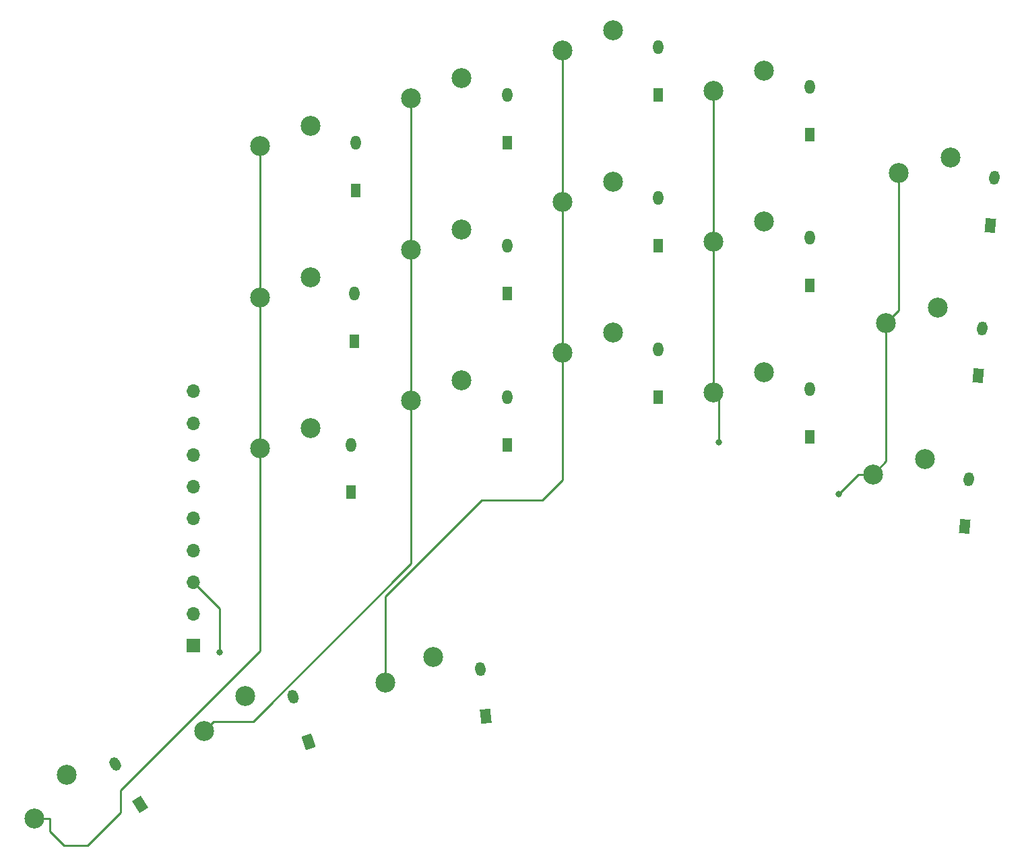
<source format=gbr>
%TF.GenerationSoftware,KiCad,Pcbnew,7.0.7*%
%TF.CreationDate,2023-11-23T18:27:24-07:00*%
%TF.ProjectId,TypeStationX - Right,54797065-5374-4617-9469-6f6e58202d20,rev?*%
%TF.SameCoordinates,Original*%
%TF.FileFunction,Copper,L1,Top*%
%TF.FilePolarity,Positive*%
%FSLAX46Y46*%
G04 Gerber Fmt 4.6, Leading zero omitted, Abs format (unit mm)*
G04 Created by KiCad (PCBNEW 7.0.7) date 2023-11-23 18:27:24*
%MOMM*%
%LPD*%
G01*
G04 APERTURE LIST*
G04 Aperture macros list*
%AMHorizOval*
0 Thick line with rounded ends*
0 $1 width*
0 $2 $3 position (X,Y) of the first rounded end (center of the circle)*
0 $4 $5 position (X,Y) of the second rounded end (center of the circle)*
0 Add line between two ends*
20,1,$1,$2,$3,$4,$5,0*
0 Add two circle primitives to create the rounded ends*
1,1,$1,$2,$3*
1,1,$1,$4,$5*%
%AMRotRect*
0 Rectangle, with rotation*
0 The origin of the aperture is its center*
0 $1 length*
0 $2 width*
0 $3 Rotation angle, in degrees counterclockwise*
0 Add horizontal line*
21,1,$1,$2,0,0,$3*%
G04 Aperture macros list end*
%TA.AperFunction,ComponentPad*%
%ADD10C,2.500000*%
%TD*%
%TA.AperFunction,ComponentPad*%
%ADD11R,1.300000X1.778000*%
%TD*%
%TA.AperFunction,ComponentPad*%
%ADD12O,1.300000X1.778000*%
%TD*%
%TA.AperFunction,ComponentPad*%
%ADD13RotRect,1.778000X1.300000X96.000000*%
%TD*%
%TA.AperFunction,ComponentPad*%
%ADD14HorizOval,1.300000X-0.024982X0.237691X0.024982X-0.237691X0*%
%TD*%
%TA.AperFunction,ComponentPad*%
%ADD15RotRect,1.778000X1.300000X85.000000*%
%TD*%
%TA.AperFunction,ComponentPad*%
%ADD16HorizOval,1.300000X0.020830X0.238091X-0.020830X-0.238091X0*%
%TD*%
%TA.AperFunction,ComponentPad*%
%ADD17RotRect,1.778000X1.300000X109.000000*%
%TD*%
%TA.AperFunction,ComponentPad*%
%ADD18HorizOval,1.300000X-0.077811X0.225979X0.077811X-0.225979X0*%
%TD*%
%TA.AperFunction,ComponentPad*%
%ADD19R,1.700000X1.700000*%
%TD*%
%TA.AperFunction,ComponentPad*%
%ADD20O,1.700000X1.700000*%
%TD*%
%TA.AperFunction,ComponentPad*%
%ADD21RotRect,1.778000X1.300000X122.000000*%
%TD*%
%TA.AperFunction,ComponentPad*%
%ADD22HorizOval,1.300000X-0.126651X0.202683X0.126651X-0.202683X0*%
%TD*%
%TA.AperFunction,ViaPad*%
%ADD23C,0.800000*%
%TD*%
%TA.AperFunction,Conductor*%
%ADD24C,0.250000*%
%TD*%
G04 APERTURE END LIST*
D10*
%TO.P,S31,1,1*%
%TO.N,C9R*%
X246645964Y-92159079D03*
%TO.P,S31,2,2*%
%TO.N,Net-(D30-A)*%
X252995964Y-89619079D03*
%TD*%
%TO.P,S22,1,1*%
%TO.N,C7R*%
X208645964Y-55159079D03*
%TO.P,S22,2,2*%
%TO.N,Net-(D21-A)*%
X214995964Y-52619079D03*
%TD*%
%TO.P,S25,1,1*%
%TO.N,C8R*%
X227645964Y-49159079D03*
%TO.P,S25,2,2*%
%TO.N,Net-(D24-A)*%
X233995964Y-46619079D03*
%TD*%
%TO.P,S28,1,1*%
%TO.N,C6R*%
X161302797Y-145706554D03*
%TO.P,S28,2,2*%
%TO.N,Net-(D27-A)*%
X165341907Y-140187525D03*
%TD*%
%TO.P,S34,1,1*%
%TO.N,C10R*%
X268325996Y-83451675D03*
%TO.P,S34,2,2*%
%TO.N,Net-(D33-A)*%
X274873208Y-81474780D03*
%TD*%
%TO.P,S23,1,1*%
%TO.N,C7R*%
X208645964Y-74159079D03*
%TO.P,S23,2,2*%
%TO.N,Net-(D22-A)*%
X214995964Y-71619079D03*
%TD*%
%TO.P,S30,1,1*%
%TO.N,C9R*%
X246645964Y-73159079D03*
%TO.P,S30,2,2*%
%TO.N,Net-(D29-A)*%
X252995964Y-70619079D03*
%TD*%
%TO.P,S19,1,1*%
%TO.N,C6R*%
X189645962Y-61159079D03*
%TO.P,S19,2,2*%
%TO.N,Net-(D19-A)*%
X195995962Y-58619079D03*
%TD*%
%TO.P,S26,1,1*%
%TO.N,C8R*%
X227645964Y-68159079D03*
%TO.P,S26,2,2*%
%TO.N,Net-(D25-A)*%
X233995964Y-65619079D03*
%TD*%
%TO.P,S21,1,1*%
%TO.N,C6R*%
X189645962Y-99159079D03*
%TO.P,S21,2,2*%
%TO.N,Net-(D36-A)*%
X195995962Y-96619079D03*
%TD*%
%TO.P,S32,1,1*%
%TO.N,C7R*%
X182633974Y-134742791D03*
%TO.P,S32,2,2*%
%TO.N,Net-(D31-A)*%
X187811074Y-130273817D03*
%TD*%
%TO.P,S27,1,1*%
%TO.N,C8R*%
X227645964Y-87159079D03*
%TO.P,S27,2,2*%
%TO.N,Net-(D26-A)*%
X233995964Y-84619079D03*
%TD*%
%TO.P,S35,1,1*%
%TO.N,C10R*%
X266677980Y-102449094D03*
%TO.P,S35,2,2*%
%TO.N,Net-(D34-A)*%
X273225192Y-100472199D03*
%TD*%
%TO.P,S20,1,1*%
%TO.N,C6R*%
X189645962Y-80159079D03*
%TO.P,S20,2,2*%
%TO.N,Net-(D20-A)*%
X195995962Y-77619079D03*
%TD*%
%TO.P,S29,1,1*%
%TO.N,C9R*%
X246645964Y-54159079D03*
%TO.P,S29,2,2*%
%TO.N,Net-(D28-A)*%
X252995964Y-51619079D03*
%TD*%
%TO.P,S33,1,1*%
%TO.N,C10R*%
X269935221Y-64545574D03*
%TO.P,S33,2,2*%
%TO.N,Net-(D32-A)*%
X276482433Y-62568679D03*
%TD*%
%TO.P,S36,1,1*%
%TO.N,C8R*%
X205406400Y-128620769D03*
%TO.P,S36,2,2*%
%TO.N,Net-(D35-A)*%
X211456112Y-125430927D03*
%TD*%
%TO.P,S24,1,1*%
%TO.N,C7R*%
X208645964Y-93159079D03*
%TO.P,S24,2,2*%
%TO.N,Net-(D23-A)*%
X214995964Y-90619079D03*
%TD*%
D11*
%TO.P,D19,1,K*%
%TO.N,R4R*%
X201723227Y-66699079D03*
D12*
%TO.P,D19,2,A*%
%TO.N,Net-(D19-A)*%
X201723227Y-60699079D03*
%TD*%
D11*
%TO.P,D23,1,K*%
%TO.N,R2R*%
X220723227Y-98699079D03*
D12*
%TO.P,D23,2,A*%
%TO.N,Net-(D23-A)*%
X220723227Y-92699079D03*
%TD*%
D11*
%TO.P,D28,1,K*%
%TO.N,R4R*%
X258723227Y-59695448D03*
D12*
%TO.P,D28,2,A*%
%TO.N,Net-(D28-A)*%
X258723227Y-53695448D03*
%TD*%
D11*
%TO.P,D20,1,K*%
%TO.N,R3R*%
X201523227Y-85699079D03*
D12*
%TO.P,D20,2,A*%
%TO.N,Net-(D20-A)*%
X201523227Y-79699079D03*
%TD*%
D11*
%TO.P,D29,1,K*%
%TO.N,R3R*%
X258723227Y-78695448D03*
D12*
%TO.P,D29,2,A*%
%TO.N,Net-(D29-A)*%
X258723227Y-72695448D03*
%TD*%
D11*
%TO.P,D36,1,K*%
%TO.N,R2R*%
X201123227Y-104699079D03*
D12*
%TO.P,D36,2,A*%
%TO.N,Net-(D36-A)*%
X201123227Y-98699079D03*
%TD*%
D13*
%TO.P,D35,1,K*%
%TO.N,R1R*%
X217992546Y-132868428D03*
D14*
%TO.P,D35,2,A*%
%TO.N,Net-(D35-A)*%
X217365376Y-126901296D03*
%TD*%
D15*
%TO.P,D34,1,K*%
%TO.N,R2R*%
X278189688Y-109017399D03*
D16*
%TO.P,D34,2,A*%
%TO.N,Net-(D34-A)*%
X278712622Y-103040231D03*
%TD*%
D15*
%TO.P,D32,1,K*%
%TO.N,R4R*%
X281431367Y-71112518D03*
D16*
%TO.P,D32,2,A*%
%TO.N,Net-(D32-A)*%
X281954301Y-65135350D03*
%TD*%
D17*
%TO.P,D31,1,K*%
%TO.N,R1R*%
X195784455Y-136073937D03*
D18*
%TO.P,D31,2,A*%
%TO.N,Net-(D31-A)*%
X193831047Y-130400825D03*
%TD*%
D11*
%TO.P,D22,1,K*%
%TO.N,R3R*%
X220723227Y-79695448D03*
D12*
%TO.P,D22,2,A*%
%TO.N,Net-(D22-A)*%
X220723227Y-73695448D03*
%TD*%
D15*
%TO.P,D33,1,K*%
%TO.N,R3R*%
X279938688Y-90028816D03*
D16*
%TO.P,D33,2,A*%
%TO.N,Net-(D33-A)*%
X280461622Y-84051648D03*
%TD*%
D11*
%TO.P,D21,1,K*%
%TO.N,R4R*%
X220723227Y-60699079D03*
D12*
%TO.P,D21,2,A*%
%TO.N,Net-(D21-A)*%
X220723227Y-54699079D03*
%TD*%
D19*
%TO.P,J2,1,Pin_1*%
%TO.N,C10R*%
X181275976Y-124000000D03*
D20*
%TO.P,J2,2,Pin_2*%
%TO.N,C9R*%
X181275976Y-120000000D03*
%TO.P,J2,3,Pin_3*%
%TO.N,C8R*%
X181275976Y-116000000D03*
%TO.P,J2,4,Pin_4*%
%TO.N,C7R*%
X181275976Y-112000000D03*
%TO.P,J2,5,Pin_5*%
%TO.N,C6R*%
X181275976Y-108000000D03*
%TO.P,J2,6,Pin_6*%
%TO.N,R4R*%
X181275976Y-104000000D03*
%TO.P,J2,7,Pin_7*%
%TO.N,R3R*%
X181275976Y-100000000D03*
%TO.P,J2,8,Pin_8*%
%TO.N,R2R*%
X181275976Y-96000000D03*
%TO.P,J2,9,Pin_9*%
%TO.N,R1R*%
X181275976Y-92000000D03*
%TD*%
D11*
%TO.P,D25,1,K*%
%TO.N,R3R*%
X239723227Y-73699079D03*
D12*
%TO.P,D25,2,A*%
%TO.N,Net-(D25-A)*%
X239723227Y-67699079D03*
%TD*%
D21*
%TO.P,D27,1,K*%
%TO.N,R1R*%
X174612914Y-143922118D03*
D22*
%TO.P,D27,2,A*%
%TO.N,Net-(D27-A)*%
X171433398Y-138833830D03*
%TD*%
D11*
%TO.P,D24,1,K*%
%TO.N,R4R*%
X239723227Y-54699079D03*
D12*
%TO.P,D24,2,A*%
%TO.N,Net-(D24-A)*%
X239723227Y-48699079D03*
%TD*%
D11*
%TO.P,D26,1,K*%
%TO.N,R2R*%
X239723227Y-92699079D03*
D12*
%TO.P,D26,2,A*%
%TO.N,Net-(D26-A)*%
X239723227Y-86699079D03*
%TD*%
D11*
%TO.P,D30,1,K*%
%TO.N,R2R*%
X258723227Y-97699079D03*
D12*
%TO.P,D30,2,A*%
%TO.N,Net-(D30-A)*%
X258723227Y-91699079D03*
%TD*%
D23*
%TO.N,C10R*%
X262423227Y-104899079D03*
%TO.N,C9R*%
X247323227Y-98423579D03*
%TO.N,C8R*%
X184623227Y-124799079D03*
%TD*%
D24*
%TO.N,C10R*%
X262423227Y-104899079D02*
X264873212Y-102449094D01*
X268325996Y-100801078D02*
X268325996Y-83451675D01*
X269935221Y-81842450D02*
X268325996Y-83451675D01*
X269935221Y-64545574D02*
X269935221Y-81842450D01*
X264873212Y-102449094D02*
X266677980Y-102449094D01*
X266677980Y-102449094D02*
X268325996Y-100801078D01*
%TO.N,C9R*%
X247323227Y-98423579D02*
X247323227Y-92836342D01*
X246645964Y-54159079D02*
X246645964Y-92159079D01*
X247323227Y-92836342D02*
X246645964Y-92159079D01*
%TO.N,C8R*%
X184623227Y-119347251D02*
X181275976Y-116000000D01*
X225123227Y-105699079D02*
X227645964Y-103176342D01*
X205406400Y-128620769D02*
X205406400Y-117792799D01*
X227645964Y-103176342D02*
X227645964Y-87159079D01*
X205406400Y-117792799D02*
X217500120Y-105699079D01*
X184623227Y-124799079D02*
X184623227Y-119347251D01*
X217500120Y-105699079D02*
X225123227Y-105699079D01*
X227645964Y-49159079D02*
X227645964Y-87159079D01*
%TO.N,C7R*%
X208645964Y-113676342D02*
X208645964Y-93159079D01*
X188793312Y-133528994D02*
X208645964Y-113676342D01*
X183847771Y-133528994D02*
X188793312Y-133528994D01*
X208645964Y-55159079D02*
X208645964Y-93159079D01*
X182633974Y-134742791D02*
X183847771Y-133528994D01*
%TO.N,C6R*%
X189645962Y-124676344D02*
X189645962Y-99159079D01*
X168023227Y-149099079D02*
X172123227Y-144999079D01*
X165023227Y-149099079D02*
X168023227Y-149099079D01*
X163223227Y-147299079D02*
X165023227Y-149099079D01*
X172123227Y-142199079D02*
X189645962Y-124676344D01*
X161302797Y-145706554D02*
X163223227Y-145706554D01*
X172123227Y-144999079D02*
X172123227Y-142199079D01*
X189645962Y-99159079D02*
X189645962Y-61159079D01*
X163223227Y-145706554D02*
X163223227Y-147299079D01*
%TD*%
M02*

</source>
